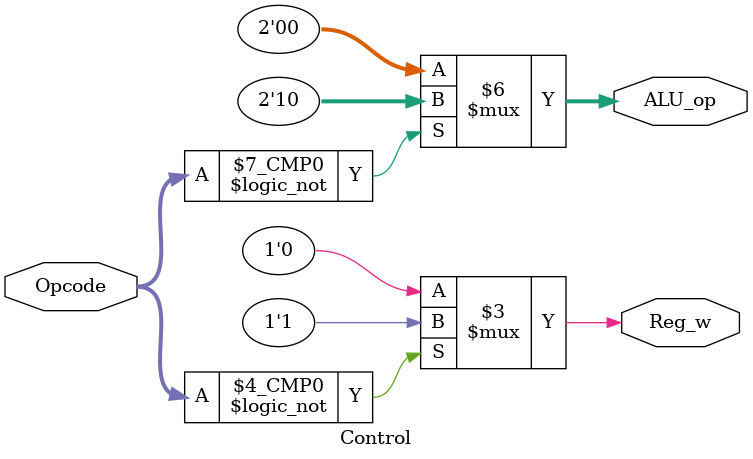
<source format=v>
module Control
(
    input [5:0] Opcode,
    output reg [1:0] ALU_op,
    output reg  Reg_w
);

always @(*)
begin
    case(Opcode)
        6'b000000: begin ALU_op = 2'b10; Reg_w = 1'b1; end // R-type
        default: begin ALU_op = 2'b00; Reg_w = 1'b0; end
    endcase
end

endmodule

</source>
